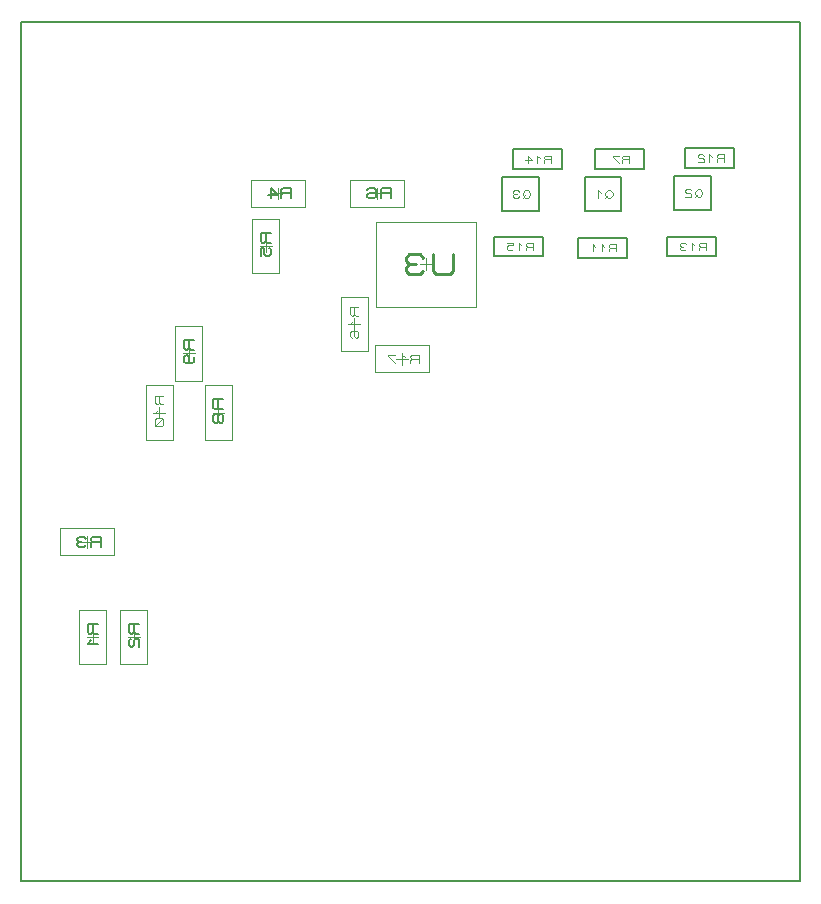
<source format=gbr>
G04 PROTEUS RS274X GERBER FILE*
%FSLAX45Y45*%
%MOMM*%
G01*
%ADD20C,0.203200*%
%ADD44C,0.050000*%
%ADD53C,0.141000*%
%ADD54C,0.285000*%
%ADD55C,0.116250*%
%ADD56C,0.103290*%
%ADD57C,0.100580*%
D20*
X+39941Y+39466D02*
X+6637261Y+39466D01*
X+6637261Y+7313126D01*
X+39941Y+7313126D01*
X+39941Y+39466D01*
D44*
X+2448601Y+5748126D02*
X+1988601Y+5748126D01*
X+1988601Y+5978126D01*
X+2448601Y+5978126D01*
X+2448601Y+5748126D01*
X+2218601Y+5913126D02*
X+2218601Y+5813126D01*
X+2168601Y+5863126D02*
X+2268601Y+5863126D01*
D53*
X+2331401Y+5820826D02*
X+2331401Y+5905426D01*
X+2260901Y+5905426D01*
X+2246801Y+5891326D01*
X+2246801Y+5877226D01*
X+2260901Y+5863126D01*
X+2331401Y+5863126D01*
X+2260901Y+5863126D02*
X+2246801Y+5849026D01*
X+2246801Y+5820826D01*
X+2134001Y+5849026D02*
X+2218601Y+5849026D01*
X+2162201Y+5905426D01*
X+2162201Y+5820826D01*
D44*
X+2228601Y+5648126D02*
X+2228601Y+5188126D01*
X+1998601Y+5188126D01*
X+1998601Y+5648126D01*
X+2228601Y+5648126D01*
X+2063601Y+5418126D02*
X+2163601Y+5418126D01*
X+2113601Y+5368126D02*
X+2113601Y+5468126D01*
D53*
X+2155901Y+5530926D02*
X+2071301Y+5530926D01*
X+2071301Y+5460426D01*
X+2085401Y+5446326D01*
X+2099501Y+5446326D01*
X+2113601Y+5460426D01*
X+2113601Y+5530926D01*
X+2113601Y+5460426D02*
X+2127701Y+5446326D01*
X+2155901Y+5446326D01*
X+2071301Y+5333526D02*
X+2071301Y+5404026D01*
X+2099501Y+5404026D01*
X+2099501Y+5347626D01*
X+2113601Y+5333526D01*
X+2141801Y+5333526D01*
X+2155901Y+5347626D01*
X+2155901Y+5389926D01*
X+2141801Y+5404026D01*
D44*
X+2828601Y+5978126D02*
X+3288601Y+5978126D01*
X+3288601Y+5748126D01*
X+2828601Y+5748126D01*
X+2828601Y+5978126D01*
X+3058601Y+5813126D02*
X+3058601Y+5913126D01*
X+3108601Y+5863126D02*
X+3008601Y+5863126D01*
D53*
X+3171401Y+5820826D02*
X+3171401Y+5905426D01*
X+3100901Y+5905426D01*
X+3086801Y+5891326D01*
X+3086801Y+5877226D01*
X+3100901Y+5863126D01*
X+3171401Y+5863126D01*
X+3100901Y+5863126D02*
X+3086801Y+5849026D01*
X+3086801Y+5820826D01*
X+2974001Y+5891326D02*
X+2988101Y+5905426D01*
X+3030401Y+5905426D01*
X+3044501Y+5891326D01*
X+3044501Y+5834926D01*
X+3030401Y+5820826D01*
X+2988101Y+5820826D01*
X+2974001Y+5834926D01*
X+2974001Y+5849026D01*
X+2988101Y+5863126D01*
X+3044501Y+5863126D01*
D44*
X+3048601Y+5623126D02*
X+3898601Y+5623126D01*
X+3898601Y+4903126D01*
X+3048601Y+4903126D01*
X+3048601Y+5623126D01*
X+3473601Y+5213126D02*
X+3473601Y+5313126D01*
X+3523601Y+5263126D02*
X+3423601Y+5263126D01*
D54*
X+3701601Y+5348626D02*
X+3701601Y+5206126D01*
X+3673101Y+5177626D01*
X+3559101Y+5177626D01*
X+3530601Y+5206126D01*
X+3530601Y+5348626D01*
X+3445101Y+5320126D02*
X+3416601Y+5348626D01*
X+3331101Y+5348626D01*
X+3302601Y+5320126D01*
X+3302601Y+5291626D01*
X+3331101Y+5263126D01*
X+3302601Y+5234626D01*
X+3302601Y+5206126D01*
X+3331101Y+5177626D01*
X+3416601Y+5177626D01*
X+3445101Y+5206126D01*
X+3388101Y+5263126D02*
X+3331101Y+5263126D01*
D44*
X+2748601Y+4528126D02*
X+2748601Y+4988126D01*
X+2978601Y+4988126D01*
X+2978601Y+4528126D01*
X+2748601Y+4528126D01*
X+2913601Y+4758126D02*
X+2813601Y+4758126D01*
X+2863601Y+4808126D02*
X+2863601Y+4708126D01*
D55*
X+2898476Y+4897626D02*
X+2828726Y+4897626D01*
X+2828726Y+4839501D01*
X+2840351Y+4827876D01*
X+2851976Y+4827876D01*
X+2863601Y+4839501D01*
X+2863601Y+4897626D01*
X+2863601Y+4839501D02*
X+2875226Y+4827876D01*
X+2898476Y+4827876D01*
X+2851976Y+4781376D02*
X+2828726Y+4758126D01*
X+2898476Y+4758126D01*
X+2840351Y+4641876D02*
X+2828726Y+4653501D01*
X+2828726Y+4688376D01*
X+2840351Y+4700001D01*
X+2886851Y+4700001D01*
X+2898476Y+4688376D01*
X+2898476Y+4653501D01*
X+2886851Y+4641876D01*
X+2875226Y+4641876D01*
X+2863601Y+4653501D01*
X+2863601Y+4700001D01*
D44*
X+3498601Y+4348126D02*
X+3038601Y+4348126D01*
X+3038601Y+4578126D01*
X+3498601Y+4578126D01*
X+3498601Y+4348126D01*
X+3268601Y+4513126D02*
X+3268601Y+4413126D01*
X+3218601Y+4463126D02*
X+3318601Y+4463126D01*
D55*
X+3408101Y+4428251D02*
X+3408101Y+4498001D01*
X+3349976Y+4498001D01*
X+3338351Y+4486376D01*
X+3338351Y+4474751D01*
X+3349976Y+4463126D01*
X+3408101Y+4463126D01*
X+3349976Y+4463126D02*
X+3338351Y+4451501D01*
X+3338351Y+4428251D01*
X+3291851Y+4474751D02*
X+3268601Y+4498001D01*
X+3268601Y+4428251D01*
X+3210476Y+4498001D02*
X+3152351Y+4498001D01*
X+3152351Y+4486376D01*
X+3210476Y+4428251D01*
D20*
X+4814681Y+5712326D02*
X+5124561Y+5712326D01*
X+5124561Y+6004426D01*
X+4814681Y+6004426D01*
X+4814681Y+5712326D01*
D56*
X+5052255Y+5868705D02*
X+5031597Y+5889364D01*
X+5010938Y+5889364D01*
X+4990280Y+5868705D01*
X+4990280Y+5848047D01*
X+5010938Y+5827388D01*
X+5031597Y+5827388D01*
X+5052255Y+5848047D01*
X+5052255Y+5868705D01*
X+5010938Y+5848047D02*
X+4990280Y+5827388D01*
X+4948963Y+5868705D02*
X+4928304Y+5889364D01*
X+4928304Y+5827388D01*
D20*
X+4903861Y+6069806D02*
X+5320421Y+6069806D01*
X+5320421Y+6237446D01*
X+4903861Y+6237446D01*
X+4903861Y+6069806D01*
D57*
X+5192608Y+6123450D02*
X+5192608Y+6183801D01*
X+5142317Y+6183801D01*
X+5132258Y+6173742D01*
X+5132258Y+6163684D01*
X+5142317Y+6153626D01*
X+5192608Y+6153626D01*
X+5142317Y+6153626D02*
X+5132258Y+6143567D01*
X+5132258Y+6123450D01*
X+5102083Y+6183801D02*
X+5051791Y+6183801D01*
X+5051791Y+6173742D01*
X+5102083Y+6123450D01*
D20*
X+4753861Y+5319806D02*
X+5170421Y+5319806D01*
X+5170421Y+5487446D01*
X+4753861Y+5487446D01*
X+4753861Y+5319806D01*
D57*
X+5082841Y+5373450D02*
X+5082841Y+5433801D01*
X+5032550Y+5433801D01*
X+5022491Y+5423742D01*
X+5022491Y+5413684D01*
X+5032550Y+5403626D01*
X+5082841Y+5403626D01*
X+5032550Y+5403626D02*
X+5022491Y+5393567D01*
X+5022491Y+5373450D01*
X+4982258Y+5413684D02*
X+4962141Y+5433801D01*
X+4962141Y+5373450D01*
X+4901791Y+5413684D02*
X+4881674Y+5433801D01*
X+4881674Y+5373450D01*
D20*
X+5573621Y+5721826D02*
X+5883501Y+5721826D01*
X+5883501Y+6013926D01*
X+5573621Y+6013926D01*
X+5573621Y+5721826D01*
D56*
X+5811195Y+5878205D02*
X+5790537Y+5898864D01*
X+5769878Y+5898864D01*
X+5749220Y+5878205D01*
X+5749220Y+5857547D01*
X+5769878Y+5836888D01*
X+5790537Y+5836888D01*
X+5811195Y+5857547D01*
X+5811195Y+5878205D01*
X+5769878Y+5857547D02*
X+5749220Y+5836888D01*
X+5718232Y+5888535D02*
X+5707903Y+5898864D01*
X+5676915Y+5898864D01*
X+5666586Y+5888535D01*
X+5666586Y+5878205D01*
X+5676915Y+5867876D01*
X+5707903Y+5867876D01*
X+5718232Y+5857547D01*
X+5718232Y+5836888D01*
X+5666586Y+5836888D01*
D20*
X+5662801Y+6079306D02*
X+6079361Y+6079306D01*
X+6079361Y+6246946D01*
X+5662801Y+6246946D01*
X+5662801Y+6079306D01*
D57*
X+5991781Y+6132950D02*
X+5991781Y+6193301D01*
X+5941490Y+6193301D01*
X+5931431Y+6183242D01*
X+5931431Y+6173184D01*
X+5941490Y+6163126D01*
X+5991781Y+6163126D01*
X+5941490Y+6163126D02*
X+5931431Y+6153067D01*
X+5931431Y+6132950D01*
X+5891198Y+6173184D02*
X+5871081Y+6193301D01*
X+5871081Y+6132950D01*
X+5820789Y+6183242D02*
X+5810731Y+6193301D01*
X+5780556Y+6193301D01*
X+5770497Y+6183242D01*
X+5770497Y+6173184D01*
X+5780556Y+6163126D01*
X+5810731Y+6163126D01*
X+5820789Y+6153067D01*
X+5820789Y+6132950D01*
X+5770497Y+6132950D01*
D20*
X+5512801Y+5329306D02*
X+5929361Y+5329306D01*
X+5929361Y+5496946D01*
X+5512801Y+5496946D01*
X+5512801Y+5329306D01*
D57*
X+5841781Y+5382950D02*
X+5841781Y+5443301D01*
X+5791490Y+5443301D01*
X+5781431Y+5433242D01*
X+5781431Y+5423184D01*
X+5791490Y+5413126D01*
X+5841781Y+5413126D01*
X+5791490Y+5413126D02*
X+5781431Y+5403067D01*
X+5781431Y+5382950D01*
X+5741198Y+5423184D02*
X+5721081Y+5443301D01*
X+5721081Y+5382950D01*
X+5670789Y+5433242D02*
X+5660731Y+5443301D01*
X+5630556Y+5443301D01*
X+5620497Y+5433242D01*
X+5620497Y+5423184D01*
X+5630556Y+5413126D01*
X+5620497Y+5403067D01*
X+5620497Y+5393009D01*
X+5630556Y+5382950D01*
X+5660731Y+5382950D01*
X+5670789Y+5393009D01*
X+5650672Y+5413126D02*
X+5630556Y+5413126D01*
D20*
X+4114681Y+5712326D02*
X+4424561Y+5712326D01*
X+4424561Y+6004426D01*
X+4114681Y+6004426D01*
X+4114681Y+5712326D01*
D56*
X+4352255Y+5868705D02*
X+4331597Y+5889364D01*
X+4310938Y+5889364D01*
X+4290280Y+5868705D01*
X+4290280Y+5848047D01*
X+4310938Y+5827388D01*
X+4331597Y+5827388D01*
X+4352255Y+5848047D01*
X+4352255Y+5868705D01*
X+4310938Y+5848047D02*
X+4290280Y+5827388D01*
X+4259292Y+5879035D02*
X+4248963Y+5889364D01*
X+4217975Y+5889364D01*
X+4207646Y+5879035D01*
X+4207646Y+5868705D01*
X+4217975Y+5858376D01*
X+4207646Y+5848047D01*
X+4207646Y+5837717D01*
X+4217975Y+5827388D01*
X+4248963Y+5827388D01*
X+4259292Y+5837717D01*
X+4238634Y+5858376D02*
X+4217975Y+5858376D01*
D20*
X+4203861Y+6069806D02*
X+4620421Y+6069806D01*
X+4620421Y+6237446D01*
X+4203861Y+6237446D01*
X+4203861Y+6069806D01*
D57*
X+4532841Y+6123450D02*
X+4532841Y+6183801D01*
X+4482550Y+6183801D01*
X+4472491Y+6173742D01*
X+4472491Y+6163684D01*
X+4482550Y+6153626D01*
X+4532841Y+6153626D01*
X+4482550Y+6153626D02*
X+4472491Y+6143567D01*
X+4472491Y+6123450D01*
X+4432258Y+6163684D02*
X+4412141Y+6183801D01*
X+4412141Y+6123450D01*
X+4311557Y+6143567D02*
X+4371907Y+6143567D01*
X+4331674Y+6183801D01*
X+4331674Y+6123450D01*
D20*
X+4047841Y+5329306D02*
X+4464401Y+5329306D01*
X+4464401Y+5496946D01*
X+4047841Y+5496946D01*
X+4047841Y+5329306D01*
D57*
X+4376821Y+5382950D02*
X+4376821Y+5443301D01*
X+4326530Y+5443301D01*
X+4316471Y+5433242D01*
X+4316471Y+5423184D01*
X+4326530Y+5413126D01*
X+4376821Y+5413126D01*
X+4326530Y+5413126D02*
X+4316471Y+5403067D01*
X+4316471Y+5382950D01*
X+4276238Y+5423184D02*
X+4256121Y+5443301D01*
X+4256121Y+5382950D01*
X+4155537Y+5443301D02*
X+4205829Y+5443301D01*
X+4205829Y+5423184D01*
X+4165596Y+5423184D01*
X+4155537Y+5413126D01*
X+4155537Y+5393009D01*
X+4165596Y+5382950D01*
X+4195771Y+5382950D01*
X+4205829Y+5393009D01*
D44*
X+1598601Y+3778126D02*
X+1598601Y+4238126D01*
X+1828601Y+4238126D01*
X+1828601Y+3778126D01*
X+1598601Y+3778126D01*
X+1763601Y+4008126D02*
X+1663601Y+4008126D01*
X+1713601Y+4058126D02*
X+1713601Y+3958126D01*
D53*
X+1755901Y+4120926D02*
X+1671301Y+4120926D01*
X+1671301Y+4050426D01*
X+1685401Y+4036326D01*
X+1699501Y+4036326D01*
X+1713601Y+4050426D01*
X+1713601Y+4120926D01*
X+1713601Y+4050426D02*
X+1727701Y+4036326D01*
X+1755901Y+4036326D01*
X+1713601Y+3979926D02*
X+1699501Y+3994026D01*
X+1685401Y+3994026D01*
X+1671301Y+3979926D01*
X+1671301Y+3937626D01*
X+1685401Y+3923526D01*
X+1699501Y+3923526D01*
X+1713601Y+3937626D01*
X+1713601Y+3979926D01*
X+1727701Y+3994026D01*
X+1741801Y+3994026D01*
X+1755901Y+3979926D01*
X+1755901Y+3937626D01*
X+1741801Y+3923526D01*
X+1727701Y+3923526D01*
X+1713601Y+3937626D01*
D44*
X+1348601Y+4278126D02*
X+1348601Y+4738126D01*
X+1578601Y+4738126D01*
X+1578601Y+4278126D01*
X+1348601Y+4278126D01*
X+1513601Y+4508126D02*
X+1413601Y+4508126D01*
X+1463601Y+4558126D02*
X+1463601Y+4458126D01*
D53*
X+1505901Y+4620926D02*
X+1421301Y+4620926D01*
X+1421301Y+4550426D01*
X+1435401Y+4536326D01*
X+1449501Y+4536326D01*
X+1463601Y+4550426D01*
X+1463601Y+4620926D01*
X+1463601Y+4550426D02*
X+1477701Y+4536326D01*
X+1505901Y+4536326D01*
X+1449501Y+4423526D02*
X+1463601Y+4437626D01*
X+1463601Y+4479926D01*
X+1449501Y+4494026D01*
X+1435401Y+4494026D01*
X+1421301Y+4479926D01*
X+1421301Y+4437626D01*
X+1435401Y+4423526D01*
X+1491801Y+4423526D01*
X+1505901Y+4437626D01*
X+1505901Y+4479926D01*
D44*
X+1098601Y+3778126D02*
X+1098601Y+4238126D01*
X+1328601Y+4238126D01*
X+1328601Y+3778126D01*
X+1098601Y+3778126D01*
X+1263601Y+4008126D02*
X+1163601Y+4008126D01*
X+1213601Y+4058126D02*
X+1213601Y+3958126D01*
D55*
X+1248476Y+4147626D02*
X+1178726Y+4147626D01*
X+1178726Y+4089501D01*
X+1190351Y+4077876D01*
X+1201976Y+4077876D01*
X+1213601Y+4089501D01*
X+1213601Y+4147626D01*
X+1213601Y+4089501D02*
X+1225226Y+4077876D01*
X+1248476Y+4077876D01*
X+1201976Y+4031376D02*
X+1178726Y+4008126D01*
X+1248476Y+4008126D01*
X+1236851Y+3961626D02*
X+1190351Y+3961626D01*
X+1178726Y+3950001D01*
X+1178726Y+3903501D01*
X+1190351Y+3891876D01*
X+1236851Y+3891876D01*
X+1248476Y+3903501D01*
X+1248476Y+3950001D01*
X+1236851Y+3961626D01*
X+1248476Y+3961626D02*
X+1178726Y+3891876D01*
D44*
X+372601Y+3028126D02*
X+832601Y+3028126D01*
X+832601Y+2798126D01*
X+372601Y+2798126D01*
X+372601Y+3028126D01*
X+602601Y+2863126D02*
X+602601Y+2963126D01*
X+652601Y+2913126D02*
X+552601Y+2913126D01*
D53*
X+715401Y+2870826D02*
X+715401Y+2955426D01*
X+644901Y+2955426D01*
X+630801Y+2941326D01*
X+630801Y+2927226D01*
X+644901Y+2913126D01*
X+715401Y+2913126D01*
X+644901Y+2913126D02*
X+630801Y+2899026D01*
X+630801Y+2870826D01*
X+588501Y+2941326D02*
X+574401Y+2955426D01*
X+532101Y+2955426D01*
X+518001Y+2941326D01*
X+518001Y+2927226D01*
X+532101Y+2913126D01*
X+518001Y+2899026D01*
X+518001Y+2884926D01*
X+532101Y+2870826D01*
X+574401Y+2870826D01*
X+588501Y+2884926D01*
X+560301Y+2913126D02*
X+532101Y+2913126D01*
D44*
X+532601Y+1878126D02*
X+532601Y+2338126D01*
X+762601Y+2338126D01*
X+762601Y+1878126D01*
X+532601Y+1878126D01*
X+697601Y+2108126D02*
X+597601Y+2108126D01*
X+647601Y+2158126D02*
X+647601Y+2058126D01*
D53*
X+689901Y+2220926D02*
X+605301Y+2220926D01*
X+605301Y+2150426D01*
X+619401Y+2136326D01*
X+633501Y+2136326D01*
X+647601Y+2150426D01*
X+647601Y+2220926D01*
X+647601Y+2150426D02*
X+661701Y+2136326D01*
X+689901Y+2136326D01*
X+633501Y+2079926D02*
X+605301Y+2051726D01*
X+689901Y+2051726D01*
D44*
X+882601Y+1878126D02*
X+882601Y+2338126D01*
X+1112601Y+2338126D01*
X+1112601Y+1878126D01*
X+882601Y+1878126D01*
X+1047601Y+2108126D02*
X+947601Y+2108126D01*
X+997601Y+2158126D02*
X+997601Y+2058126D01*
D53*
X+1039901Y+2220926D02*
X+955301Y+2220926D01*
X+955301Y+2150426D01*
X+969401Y+2136326D01*
X+983501Y+2136326D01*
X+997601Y+2150426D01*
X+997601Y+2220926D01*
X+997601Y+2150426D02*
X+1011701Y+2136326D01*
X+1039901Y+2136326D01*
X+969401Y+2094026D02*
X+955301Y+2079926D01*
X+955301Y+2037626D01*
X+969401Y+2023526D01*
X+983501Y+2023526D01*
X+997601Y+2037626D01*
X+997601Y+2079926D01*
X+1011701Y+2094026D01*
X+1039901Y+2094026D01*
X+1039901Y+2023526D01*
M02*

</source>
